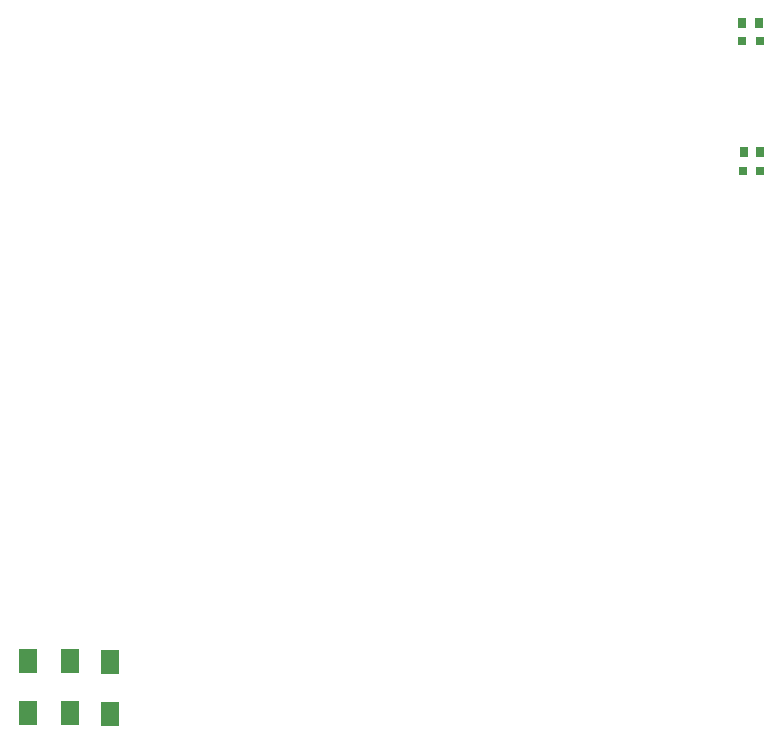
<source format=gbp>
%FSTAX23Y23*%
%MOIN*%
%SFA1B1*%

%IPPOS*%
%ADD25R,0.031500X0.037400*%
%ADD29R,0.031500X0.031500*%
%ADD45R,0.061000X0.082700*%
%LNv1.0-1*%
%LPD*%
G54D25*
X03737Y04795D03*
X03792D03*
X03742Y04365D03*
X03797D03*
G54D29*
X03794Y04735D03*
X03735D03*
X03797Y043D03*
X03738D03*
G54D45*
X01355Y02493D03*
Y02666D03*
X0163Y02491D03*
Y02665D03*
X01495Y02493D03*
Y02666D03*
M02*
</source>
